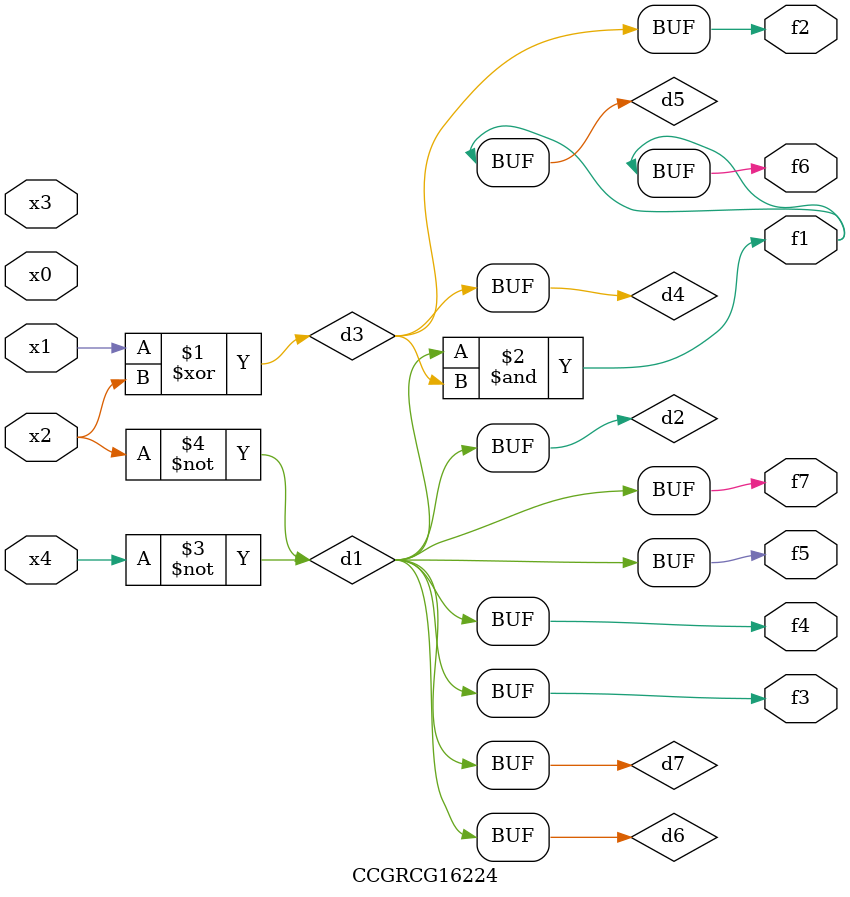
<source format=v>
module CCGRCG16224(
	input x0, x1, x2, x3, x4,
	output f1, f2, f3, f4, f5, f6, f7
);

	wire d1, d2, d3, d4, d5, d6, d7;

	not (d1, x4);
	not (d2, x2);
	xor (d3, x1, x2);
	buf (d4, d3);
	and (d5, d1, d3);
	buf (d6, d1, d2);
	buf (d7, d2);
	assign f1 = d5;
	assign f2 = d4;
	assign f3 = d7;
	assign f4 = d7;
	assign f5 = d7;
	assign f6 = d5;
	assign f7 = d7;
endmodule

</source>
